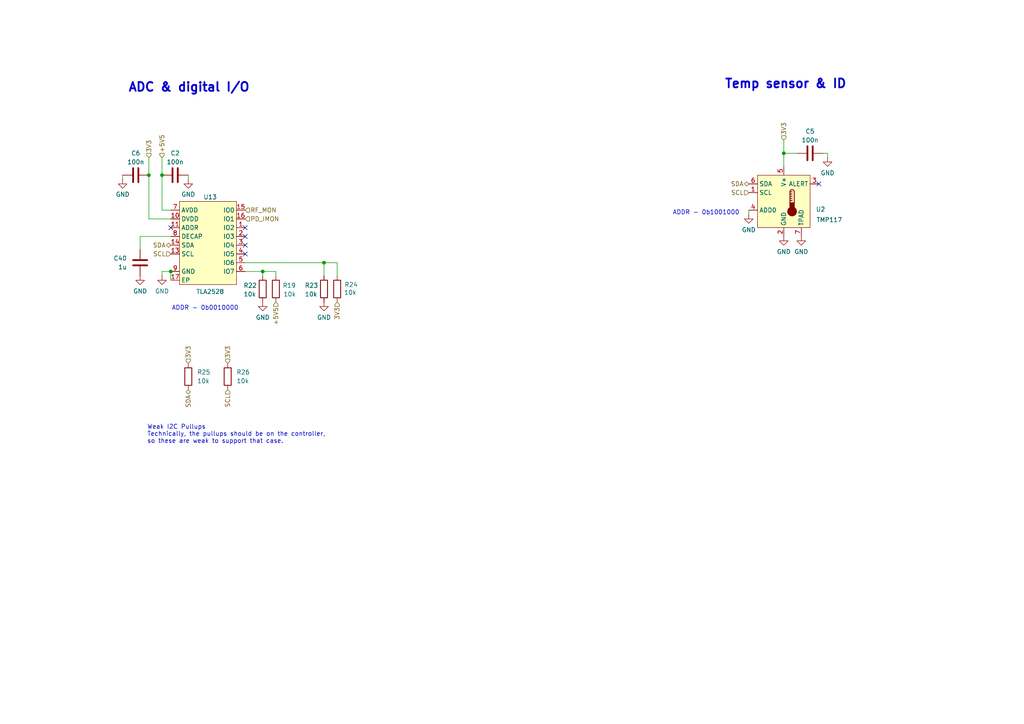
<source format=kicad_sch>
(kicad_sch (version 20250114) (generator "eeschema") (generator_version "9.0")
  (paper "A4")
  (title_block (title "FRX schematic") (date "2024-07-01") (rev "3") (company "Caltech") (comment 1 "Kiran Shila") (comment 2 "Drawing ASP-410") (comment 3 "DSA2000"))
  (lib_symbols
    (symbol "DSA2K:TLA2528"
      (property "Reference" "U" (at 0 12.7 0))
      (property "Value" "TLA2528" (at 0 -14.224 0))
      (symbol "TLA2528_1_1"
        (rectangle (start -7.62 11.43) (end 8.89 -12.7) (fill (type background)))
        (pin bidirectional line (at -10.16 8.89 0) (length 2.54) (name "IO0") (number "15"))
        (pin bidirectional line (at -10.16 6.35 0) (length 2.54) (name "IO1") (number "16"))
        (pin bidirectional line (at -10.16 3.81 0) (length 2.54) (name "IO2") (number "1"))
        (pin bidirectional line (at -10.16 1.27 0) (length 2.54) (name "IO3") (number "2"))
        (pin bidirectional line (at -10.16 -1.27 0) (length 2.54) (name "IO4") (number "3"))
        (pin bidirectional line (at -10.16 -3.81 0) (length 2.54) (name "IO5") (number "4"))
        (pin bidirectional line (at -10.16 -6.35 0) (length 2.54) (name "IO6") (number "5"))
        (pin bidirectional line (at -10.16 -8.89 0) (length 2.54) (name "IO7") (number "6"))
        (pin power_in line (at 11.43 8.89 180) (length 2.54) (name "AVDD") (number "7"))
        (pin power_in line (at 11.43 6.35 180) (length 2.54) (name "DVDD") (number "10"))
        (pin input line (at 11.43 3.81 180) (length 2.54) (name "ADDR") (number "11"))
        (pin passive line (at 11.43 1.27 180) (length 2.54) (name "DECAP") (number "8"))
        (pin bidirectional line (at 11.43 -1.27 180) (length 2.54) (name "SDA") (number "14"))
        (pin input line (at 11.43 -3.81 180) (length 2.54) (name "SCL") (number "13"))
        (pin no_connect line (at 11.43 -6.35 180) (length 2.54) (hide yes) (name "NC") (number "12"))
        (pin power_in line (at 11.43 -8.89 180) (length 2.54) (name "GND") (number "9"))
        (pin power_in line (at 11.43 -11.43 180) (length 2.54) (name "EP") (number "17"))
      )
    )
    (symbol "DSA2K:TMP117xxRDV_WithThermalPad"
      (property "Reference" "U" (at -6.604 12.446 0))
      (property "Value" "TMP117xxDRV" (at -12.446 9.906 0))
      (symbol "TMP117xxRDV_WithThermalPad_1_1"
        (rectangle (start -7.62 7.62) (end 7.62 -7.62) (fill (type background)))
        (polyline (pts (xy 1.778 2.794) (xy 1.778 -0.381)) (stroke (width 0.254)))
        (polyline (pts (xy 1.778 2.794) (xy 2.413 2.794)) (stroke (width 0.254)))
        (polyline (pts (xy 1.778 2.159) (xy 2.413 2.159)) (stroke (width 0.254)))
        (polyline (pts (xy 1.778 1.524) (xy 2.413 1.524)) (stroke (width 0.254)))
        (polyline (pts (xy 1.778 0.889) (xy 2.413 0.889)) (stroke (width 0.254)))
        (polyline (pts (xy 1.778 0.254) (xy 2.413 0.254)) (stroke (width 0.254)))
        (arc (start 1.778 2.794) (mid 2.413 3.4263) (end 3.048 2.794) (stroke (width 0.254)))
        (circle (center 2.413 -2.921) (radius 1.27) (stroke (width 0.254)) (fill (type outline)))
        (polyline (pts (xy 3.048 2.794) (xy 3.048 -0.381)) (stroke (width 0.254)))
        (rectangle (start 3.048 -2.286) (end 1.778 -0.381) (stroke (width 0.254)) (fill (type outline)))
        (pin bidirectional line (at -10.16 5.08 0) (length 2.54) (name "SDA") (number "6"))
        (pin input line (at -10.16 2.54 0) (length 2.54) (name "SCL") (number "1"))
        (pin input line (at -10.16 -2.54 0) (length 2.54) (name "ADD0") (number "4"))
        (pin power_in line (at 0 10.16 270) (length 2.54) (name "V+") (number "5"))
        (pin power_in line (at 0 -10.16 90) (length 2.54) (name "GND") (number "2"))
        (pin power_in line (at 5.08 -10.16 90) (length 2.54) (name "TPAD") (number "7"))
        (pin open_collector line (at 10.16 5.08 180) (length 2.54) (name "ALERT") (number "3"))
      )
    )
    (symbol "Device:C" (pin_numbers (hide yes)) (pin_names (offset 0.254))
      (property "Reference" "C" (at 0.635 2.54 0))
      (property "Value" "C" (at 0.635 -2.54 0))
      (symbol "C_0_1"
        (polyline (pts (xy -2.032 0.762) (xy 2.032 0.762)) (stroke (width 0.508)))
        (polyline (pts (xy -2.032 -0.762) (xy 2.032 -0.762)) (stroke (width 0.508)))
      )
      (symbol "C_1_1"
        (pin passive line (at 0 3.81 270) (length 2.794) (name "~") (number "1"))
        (pin passive line (at 0 -3.81 90) (length 2.794) (name "~") (number "2"))
      )
    )
    (symbol "Device:R" (pin_numbers (hide yes)) (pin_names (offset 0))
      (property "Reference" "R" (at 2.032 0 90))
      (property "Value" "R" (at 0 0 90))
      (symbol "R_0_1"
        (rectangle (start -1.016 -2.54) (end 1.016 2.54) (stroke (width 0.254)))
      )
      (symbol "R_1_1"
        (pin passive line (at 0 3.81 270) (length 1.27) (name "~") (number "1"))
        (pin passive line (at 0 -3.81 90) (length 1.27) (name "~") (number "2"))
      )
    )
    (symbol "power:GND" (power) (pin_numbers (hide yes)) (pin_names (offset 0) (hide yes))
      (property "Value" "GND" (at 0 -3.81 0))
      (symbol "GND_0_1"
        (polyline (pts (xy 0 0) (xy 0 -1.27) (xy 1.27 -1.27) (xy 0 -2.54) (xy -1.27 -1.27) (xy 0 -1.27)))
      )
      (symbol "GND_1_1"
        (pin power_in line (at 0 0 270) (length 0) (name "~") (number "1"))
      )
    )
  )
  (text "Temp sensor & ID" (at 210.058 25.908 0) (effects (font (size 2.54 2.54) (thickness 0.508) (bold yes)) (justify left bottom)))
  (text "ADDR - 0b1001000" (at 195.072 62.484 0) (effects (font (size 1.27 1.27)) (justify left bottom)))
  (text "ADC & digital I/O" (at 37.084 26.924 0) (effects (font (size 2.54 2.54) (thickness 0.508) (bold yes)) (justify left bottom)))
  (text "ADDR - 0b0010000" (at 49.784 90.17 0) (effects (font (size 1.27 1.27)) (justify left bottom)))
  (text "Weak I2C Pullups\nTechnically, the pullups should be on the controller,\nso these are weak to support that case." (at 42.672 128.778 0) (effects (font (size 1.27 1.27)) (justify left bottom)))
  (junction (at 43.18 50.8))
  (junction (at 46.99 50.8))
  (junction (at 76.2 78.74))
  (junction (at 227.33 44.45))
  (junction (at 49.53 78.74))
  (junction (at 93.98 76.2))
  (no_connect (at 71.12 73.66))
  (no_connect (at 71.12 71.12))
  (no_connect (at 237.49 53.34))
  (no_connect (at 71.12 68.58))
  (no_connect (at 71.12 66.04))
  (no_connect (at 49.53 66.04))
  (wire (pts (xy 46.99 45.72) (xy 46.99 50.8)))
  (wire (pts (xy 97.79 76.2) (xy 97.79 80.01)))
  (wire (pts (xy 217.17 60.96) (xy 217.17 62.23)))
  (wire (pts (xy 49.53 78.74) (xy 49.53 81.28)))
  (wire (pts (xy 93.98 76.2) (xy 93.98 80.01)))
  (wire (pts (xy 54.61 50.8) (xy 54.61 52.07)))
  (wire (pts (xy 46.99 60.96) (xy 49.53 60.96)))
  (wire (pts (xy 93.98 76.2) (xy 97.79 76.2)))
  (wire (pts (xy 35.56 52.07) (xy 35.56 50.8)))
  (wire (pts (xy 80.01 78.74) (xy 80.01 80.01)))
  (wire (pts (xy 71.12 78.74) (xy 76.2 78.74)))
  (wire (pts (xy 76.2 78.74) (xy 76.2 80.01)))
  (wire (pts (xy 43.18 50.8) (xy 43.18 63.5)))
  (wire (pts (xy 49.53 68.58) (xy 40.64 68.58)))
  (wire (pts (xy 231.14 44.45) (xy 227.33 44.45)))
  (wire (pts (xy 76.2 78.74) (xy 80.01 78.74)))
  (wire (pts (xy 227.33 40.64) (xy 227.33 44.45)))
  (wire (pts (xy 40.64 68.58) (xy 40.64 72.39)))
  (wire (pts (xy 46.99 50.8) (xy 46.99 60.96)))
  (wire (pts (xy 46.99 78.74) (xy 49.53 78.74)))
  (wire (pts (xy 71.12 76.2) (xy 93.98 76.2)))
  (wire (pts (xy 227.33 44.45) (xy 227.33 48.26)))
  (wire (pts (xy 240.03 44.45) (xy 240.03 45.72)))
  (wire (pts (xy 238.76 44.45) (xy 240.03 44.45)))
  (wire (pts (xy 43.18 45.72) (xy 43.18 50.8)))
  (wire (pts (xy 46.99 80.01) (xy 46.99 78.74)))
  (wire (pts (xy 43.18 63.5) (xy 49.53 63.5)))
  (hierarchical_label "PD_IMON" (shape input) (at 71.12 63.5 0))
  (hierarchical_label "SDA" (shape bidirectional) (at 49.53 71.12 180))
  (hierarchical_label "+5V5" (shape input) (at 80.01 87.63 270))
  (hierarchical_label "SDA" (shape bidirectional) (at 217.17 53.34 180))
  (hierarchical_label "+5V5" (shape input) (at 46.99 45.72 90))
  (hierarchical_label "SCL" (shape input) (at 66.04 113.03 270))
  (hierarchical_label "SCL" (shape input) (at 49.53 73.66 180))
  (hierarchical_label "3V3" (shape input) (at 227.33 40.64 90))
  (hierarchical_label "SDA" (shape bidirectional) (at 54.61 113.03 270))
  (hierarchical_label "3V3" (shape input) (at 66.04 105.41 90))
  (hierarchical_label "3V3" (shape input) (at 54.61 105.41 90))
  (hierarchical_label "3V3" (shape input) (at 97.79 87.63 270))
  (hierarchical_label "SCL" (shape input) (at 217.17 55.88 180))
  (hierarchical_label "RF_MON" (shape input) (at 71.12 60.96 0))
  (hierarchical_label "3V3" (shape input) (at 43.18 45.72 90))
  (symbol (lib_id "DSA2K:TLA2528") (at 60.96 69.85 0) (mirror y) (unit 1)
    (property "Reference" "U13" (at 60.96 57.15 0))
    (property "Value" "TLA2528" (at 60.96 84.582 0))
    (property "Footprint" "DSA2K:WQFN-16-1EP_3x3mm_P0.5mm_EP1.68x1.68mm_LargeThermalVias" (effects (hide yes)))
    (property "Datasheet" "https://www.ti.com/lit/ds/symlink/tla2528.pdf" (effects (hide yes)))
    (property "Description" "Analog to Digital Converters - ADC Small 8-channel 12-bit analog-to-digital converter (ADC) with I2C interface and GPIOs 16-WQFN -40 to 85 " (effects (hide yes)))
    (property "MPN" "TLA2528IRTER" (effects (hide yes)))
  )
  (symbol (lib_id "power:GND") (at 240.03 45.72 0) (unit 1)
    (property "Reference" "#PWR013" (effects (hide yes)))
    (property "Value" "GND" (at 240.03 50.165 0))
    (property "Description" "Power symbol creates a global label with name \"GND\" , ground" (effects (hide yes)))
    (instances (project "frx" (path "" (reference "#PWR013") (unit 1))) (project "ftx" (path "" (reference "#PWR050") (unit 1))) (project "FiberTransmitter" (path "" (reference "#PWR?") (unit 1))))
  )
  (symbol (lib_id "Device:C") (at 50.8 50.8 270) (mirror x) (unit 1)
    (property "Reference" "C2" (at 50.8 44.45 90))
    (property "Value" "100n" (at 50.8 46.99 90))
    (property "Footprint" "Capacitor_SMD:C_0402_1005Metric" (effects (hide yes)))
    (property "Description" "Unpolarized capacitor" (effects (hide yes)))
    (property "MPN" "CL05B104KP5NNNC" (effects (hide yes)))
    (instances (project "frx" (path "" (reference "C2") (unit 1))) (project "fiber-receiver" (path "" (reference "C?") (unit 1))) (project "ftx" (path "" (reference "C27") (unit 1))) (project "FiberTransmitter" (path "" (reference "C?") (unit 1)) (path "" (reference "C?") (unit 1))))
  )
  (symbol (lib_id "Device:C") (at 39.37 50.8 270) (mirror x) (unit 1)
    (property "Reference" "C6" (at 39.37 44.45 90))
    (property "Value" "100n" (at 39.37 46.99 90))
    (property "Footprint" "Capacitor_SMD:C_0402_1005Metric" (effects (hide yes)))
    (property "Description" "Unpolarized capacitor" (effects (hide yes)))
    (property "MPN" "CL05B104KP5NNNC" (effects (hide yes)))
    (instances (project "frx" (path "" (reference "C6") (unit 1))) (project "fiber-receiver" (path "" (reference "C?") (unit 1))) (project "ftx" (path "" (reference "C31") (unit 1))) (project "FiberTransmitter" (path "" (reference "C?") (unit 1)) (path "" (reference "C?") (unit 1))))
  )
  (symbol (lib_id "Device:R") (at 93.98 83.82 0) (unit 1)
    (property "Reference" "R23" (at 88.392 82.804 0) (effects (justify left)))
    (property "Value" "10k" (at 88.392 85.344 0) (effects (justify left)))
    (property "Footprint" "Resistor_SMD:R_0402_1005Metric" (effects (hide yes)))
    (property "Description" "Resistor" (effects (hide yes)))
    (property "MPN" "RC0402FR-0710KL" (effects (hide yes)))
  )
  (symbol (lib_id "power:GND") (at 35.56 52.07 0) (unit 1)
    (property "Reference" "#PWR017" (effects (hide yes)))
    (property "Value" "GND" (at 33.528 56.388 0) (effects (justify left)))
    (property "Description" "Power symbol creates a global label with name \"GND\" , ground" (effects (hide yes)))
    (instances (project "frx" (path "" (reference "#PWR017") (unit 1))) (project "ftx" (path "" (reference "#PWR052") (unit 1))) (project "FiberTransmitter" (path "" (reference "#PWR?") (unit 1))))
  )
  (symbol (lib_id "power:GND") (at 76.2 87.63 0) (unit 1)
    (property "Reference" "#PWR016" (effects (hide yes)))
    (property "Value" "GND" (at 76.2 92.075 0))
    (property "Description" "Power symbol creates a global label with name \"GND\" , ground" (effects (hide yes)))
  )
  (symbol (lib_id "Device:R") (at 66.04 109.22 0) (unit 1)
    (property "Reference" "R26" (at 68.58 107.9499 0) (effects (justify left)))
    (property "Value" "10k" (at 68.58 110.4899 0) (effects (justify left)))
    (property "Footprint" "Resistor_SMD:R_0402_1005Metric" (effects (hide yes)))
    (property "Description" "Resistor" (effects (hide yes)))
    (property "MPN" "RC0402FR-0710KL" (effects (hide yes)))
  )
  (symbol (lib_id "DSA2K:TMP117xxRDV_WithThermalPad") (at 227.33 58.42 0) (unit 1)
    (property "Reference" "U2" (at 237.998 60.706 0))
    (property "Value" "TMP117" (at 240.538 63.754 0))
    (property "Footprint" "Package_SON:WSON-6-1EP_2x2mm_P0.65mm_EP1x1.6mm" (effects (hide yes)))
    (property "Datasheet" "https://www.ti.com/lit/ds/symlink/tmp117.pdf" (effects (hide yes)))
    (property "Description" "Digital Temperature Sensor with I2C/SMBus Interface, 16 bits, +/-0.3° C, one-shot conversion, alert, nist traceable, EEPROM, WSON" (effects (hide yes)))
    (property "MPN" "TMP117AIDRVR" (effects (hide yes)))
  )
  (symbol (lib_id "Device:R") (at 54.61 109.22 0) (unit 1)
    (property "Reference" "R25" (at 57.15 107.9499 0) (effects (justify left)))
    (property "Value" "10k" (at 57.15 110.4899 0) (effects (justify left)))
    (property "Footprint" "Resistor_SMD:R_0402_1005Metric" (effects (hide yes)))
    (property "Description" "Resistor" (effects (hide yes)))
    (property "MPN" "RC0402FR-0710KL" (effects (hide yes)))
  )
  (symbol (lib_id "power:GND") (at 227.33 68.58 0) (unit 1)
    (property "Reference" "#PWR012" (effects (hide yes)))
    (property "Value" "GND" (at 227.33 73.025 0))
    (property "Description" "Power symbol creates a global label with name \"GND\" , ground" (effects (hide yes)))
    (instances (project "frx" (path "" (reference "#PWR012") (unit 1))) (project "ftx" (path "" (reference "#PWR049") (unit 1))) (project "FiberTransmitter" (path "" (reference "#PWR?") (unit 1))))
  )
  (symbol (lib_id "Device:R") (at 80.01 83.82 180) (unit 1)
    (property "Reference" "R19" (at 85.852 82.804 0) (effects (justify left)))
    (property "Value" "10k" (at 85.852 85.344 0) (effects (justify left)))
    (property "Footprint" "Resistor_SMD:R_0402_1005Metric" (effects (hide yes)))
    (property "Description" "Resistor" (effects (hide yes)))
    (property "MPN" "RC0402FR-0710KL" (effects (hide yes)))
  )
  (symbol (lib_id "power:GND") (at 54.61 52.07 0) (unit 1)
    (property "Reference" "#PWR08" (effects (hide yes)))
    (property "Value" "GND" (at 54.61 56.388 0))
    (property "Description" "Power symbol creates a global label with name \"GND\" , ground" (effects (hide yes)))
    (instances (project "frx" (path "" (reference "#PWR08") (unit 1))) (project "fiber-receiver" (path "" (reference "#PWR?") (unit 1))) (project "ftx" (path "" (reference "#PWR044") (unit 1))) (project "FiberTransmitter" (path "" (reference "#PWR?") (unit 1)) (path "" (reference "#PWR?") (unit 1))))
  )
  (symbol (lib_id "Device:R") (at 76.2 83.82 0) (unit 1)
    (property "Reference" "R22" (at 70.612 82.804 0) (effects (justify left)))
    (property "Value" "10k" (at 70.612 85.344 0) (effects (justify left)))
    (property "Footprint" "Resistor_SMD:R_0402_1005Metric" (effects (hide yes)))
    (property "Description" "Resistor" (effects (hide yes)))
    (property "MPN" "RC0402FR-0710KL" (effects (hide yes)))
  )
  (symbol (lib_id "power:GND") (at 93.98 87.63 0) (unit 1)
    (property "Reference" "#PWR056" (effects (hide yes)))
    (property "Value" "GND" (at 93.98 92.075 0))
    (property "Description" "Power symbol creates a global label with name \"GND\" , ground" (effects (hide yes)))
  )
  (symbol (lib_id "power:GND") (at 40.64 80.01 0) (unit 1)
    (property "Reference" "#PWR09" (effects (hide yes)))
    (property "Value" "GND" (at 40.64 84.455 0))
    (property "Description" "Power symbol creates a global label with name \"GND\" , ground" (effects (hide yes)))
  )
  (symbol (lib_id "Device:R") (at 97.79 83.82 0) (unit 1)
    (property "Reference" "R24" (at 101.854 82.55 0))
    (property "Value" "10k" (at 101.6 84.836 0))
    (property "Footprint" "Resistor_SMD:R_0402_1005Metric" (effects (hide yes)))
    (property "Description" "Resistor" (effects (hide yes)))
    (property "MPN" "RC0402FR-0710KL" (effects (hide yes)))
  )
  (symbol (lib_id "Device:C") (at 234.95 44.45 270) (mirror x) (unit 1)
    (property "Reference" "C5" (at 234.95 38.1 90))
    (property "Value" "100n" (at 234.95 40.64 90))
    (property "Footprint" "Capacitor_SMD:C_0402_1005Metric" (effects (hide yes)))
    (property "Description" "Unpolarized capacitor" (effects (hide yes)))
    (property "MPN" "CL05B104KP5NNNC" (effects (hide yes)))
    (instances (project "frx" (path "" (reference "C5") (unit 1))) (project "fiber-receiver" (path "" (reference "C?") (unit 1))) (project "ftx" (path "" (reference "C30") (unit 1))) (project "FiberTransmitter" (path "" (reference "C?") (unit 1)) (path "" (reference "C?") (unit 1))))
  )
  (symbol (lib_id "Device:C") (at 40.64 76.2 0) (mirror x) (unit 1)
    (property "Reference" "C40" (at 36.83 74.9299 0) (effects (justify right)))
    (property "Value" "1u" (at 36.83 77.4699 0) (effects (justify right)))
    (property "Footprint" "Capacitor_SMD:C_0603_1608Metric" (effects (hide yes)))
    (property "Description" "Unpolarized capacitor" (effects (hide yes)))
    (property "MPN" "CL10A105KA8NNNC" (effects (hide yes)))
  )
  (symbol (lib_id "power:GND") (at 46.99 80.01 0) (unit 1)
    (property "Reference" "#PWR010" (effects (hide yes)))
    (property "Value" "GND" (at 46.99 84.455 0))
    (property "Description" "Power symbol creates a global label with name \"GND\" , ground" (effects (hide yes)))
  )
  (symbol (lib_id "power:GND") (at 232.41 68.58 0) (unit 1)
    (property "Reference" "#PWR054" (effects (hide yes)))
    (property "Value" "GND" (at 232.41 73.025 0))
    (property "Description" "Power symbol creates a global label with name \"GND\" , ground" (effects (hide yes)))
  )
  (symbol (lib_id "power:GND") (at 217.17 62.23 0) (unit 1)
    (property "Reference" "#PWR055" (effects (hide yes)))
    (property "Value" "GND" (at 217.17 66.675 0))
    (property "Description" "Power symbol creates a global label with name \"GND\" , ground" (effects (hide yes)))
  )
)
</source>
